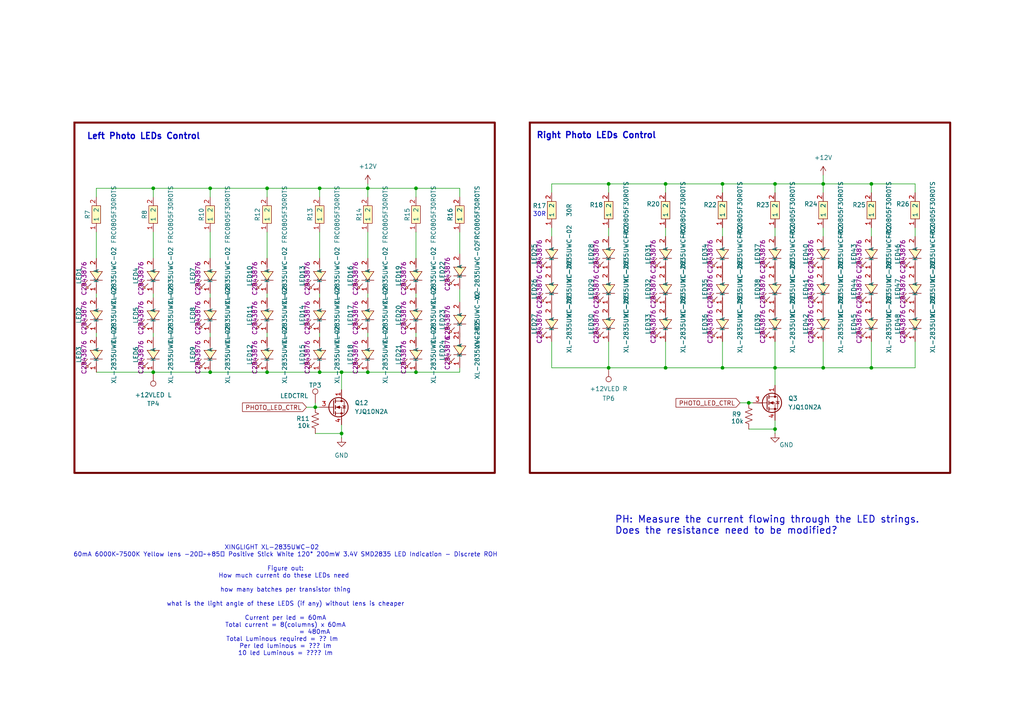
<source format=kicad_sch>
(kicad_sch (version 20250114) (generator "eeschema") (generator_version "9.0")
  (paper "A4")
  (lib_symbols
    (symbol "MB_Library:+12V" (power) (pin_numbers (hide yes)) (pin_names (offset 0) (hide yes))
      (property "Value" "+12V" (at 0 3.556 0))
      (symbol "+12V_0_1"
        (polyline (pts (xy -0.762 1.27) (xy 0 2.54)))
        (polyline (pts (xy 0 2.54) (xy 0.762 1.27)))
        (polyline (pts (xy 0 0) (xy 0 2.54)))
      )
      (symbol "+12V_1_1"
        (pin power_in line (at 0 0 90) (length 0) (name "~") (number "1"))
      )
    )
    (symbol "MB_Library:FRC0805F30R0TS"
      (property "Reference" "R" (at 0 5.08 0))
      (property "Value" "FRC0805F30R0TS" (at 0 -5.08 0))
      (symbol "FRC0805F30R0TS_0_1"
        (rectangle (start -2.54 1.27) (end 2.54 -1.27) (fill (type background)))
        (pin unspecified line (at -5.08 0 0) (length 2.54) (name "1") (number "1"))
        (pin unspecified line (at 5.08 0 180) (length 2.54) (name "2") (number "2"))
      )
    )
    (symbol "MB_Library:GND" (power) (pin_numbers (hide yes)) (pin_names (offset 0) (hide yes))
      (property "Value" "GND" (at 0 -3.81 0))
      (symbol "GND_0_1"
        (polyline (pts (xy 0 0) (xy 0 -1.27) (xy 1.27 -1.27) (xy 0 -2.54) (xy -1.27 -1.27) (xy 0 -1.27)))
      )
      (symbol "GND_1_1"
        (pin power_in line (at 0 0 270) (length 0) (name "~") (number "1"))
      )
    )
    (symbol "MB_Library:R_US" (pin_numbers (hide yes)) (pin_names (offset 0))
      (property "Reference" "R" (at 2.54 0 90))
      (property "Value" "R_US" (at -2.54 0 90))
      (symbol "R_US_0_1"
        (polyline (pts (xy 0 2.286) (xy 0 2.54)))
        (polyline (pts (xy 0 2.286) (xy 1.016 1.905) (xy 0 1.524) (xy -1.016 1.143) (xy 0 0.762)))
        (polyline (pts (xy 0 0.762) (xy 1.016 0.381) (xy 0 0) (xy -1.016 -0.381) (xy 0 -0.762)))
        (polyline (pts (xy 0 -0.762) (xy 1.016 -1.143) (xy 0 -1.524) (xy -1.016 -1.905) (xy 0 -2.286)))
        (polyline (pts (xy 0 -2.286) (xy 0 -2.54)))
      )
      (symbol "R_US_1_1"
        (pin passive line (at 0 3.81 270) (length 1.27) (name "~") (number "1"))
        (pin passive line (at 0 -3.81 90) (length 1.27) (name "~") (number "2"))
      )
    )
    (symbol "MB_Library:TestPoint" (pin_numbers (hide yes)) (pin_names (offset 0.762) (hide yes))
      (property "Reference" "TP" (at 0 6.858 0))
      (property "Value" "TestPoint" (at 0 5.08 0))
      (symbol "TestPoint_0_1"
        (circle (center 0 3.302) (radius 0.762))
      )
      (symbol "TestPoint_1_1"
        (pin passive line (at 0 0 90) (length 2.54) (name "1") (number "1"))
      )
    )
    (symbol "MB_Library:XL-2835UWC-02"
      (property "Reference" "LED" (at 0 5.08 0))
      (property "Value" "XL-2835UWC-02" (at 0 -5.08 0))
      (symbol "XL-2835UWC-02_0_1"
        (polyline (pts (xy -4.06 3.3) (xy -3.05 2.79) (xy -3.56 2.29) (xy -4.06 3.3)) (fill (type background)))
        (polyline (pts (xy -3.05 4.32) (xy -2.03 3.81) (xy -2.54 3.3) (xy -3.05 4.32)) (fill (type background)))
        (polyline (pts (xy -2.29 1.52) (xy -3.3 2.54) (xy -2.29 1.52)) (fill (type background)))
        (polyline (pts (xy -1.27 2.54) (xy -2.29 3.56) (xy -1.27 2.54)) (fill (type background)))
        (polyline (pts (xy -1.27 1.78) (xy -1.27 -1.78)))
        (polyline (pts (xy -1.27 0) (xy -2.54 0)))
        (polyline (pts (xy 1.27 1.78) (xy -1.27 0) (xy 1.27 -1.78) (xy 1.27 1.78)) (fill (type background)))
        (polyline (pts (xy 2.54 0) (xy 1.27 0)))
        (pin unspecified line (at -5.08 0 0) (length 2.54) (name "K") (number "1"))
        (pin unspecified line (at 5.08 0 180) (length 2.54) (name "A") (number "2"))
      )
    )
    (symbol "YJQ10N2A_1" (pin_names (hide yes))
      (property "Reference" "Q" (at 5.08 1.905 0))
      (property "Value" "YJQ10N2A" (at 5.08 0 0))
      (symbol "YJQ10N2A_1_0_1"
        (polyline (pts (xy 0.254 1.905) (xy 0.254 -1.905)) (stroke (width 0.254)))
        (polyline (pts (xy 0.254 0) (xy -2.54 0)))
        (polyline (pts (xy 0.762 2.286) (xy 0.762 1.27)) (stroke (width 0.254)))
        (polyline (pts (xy 0.762 0.508) (xy 0.762 -0.508)) (stroke (width 0.254)))
        (polyline (pts (xy 0.762 -1.27) (xy 0.762 -2.286)) (stroke (width 0.254)))
        (polyline (pts (xy 0.762 -1.778) (xy 3.302 -1.778) (xy 3.302 1.778) (xy 0.762 1.778)))
        (polyline (pts (xy 1.016 0) (xy 2.032 0.381) (xy 2.032 -0.381) (xy 1.016 0)) (fill (type outline)))
        (circle (center 1.651 0) (radius 2.794) (stroke (width 0.254)))
        (polyline (pts (xy 2.54 2.54) (xy 2.54 1.778)))
        (circle (center 2.54 1.778) (radius 0.254) (fill (type outline)))
        (circle (center 2.54 -1.778) (radius 0.254) (fill (type outline)))
        (polyline (pts (xy 2.54 -2.54) (xy 2.54 0) (xy 0.762 0)))
        (polyline (pts (xy 2.794 0.508) (xy 2.921 0.381) (xy 3.683 0.381) (xy 3.81 0.254)))
        (polyline (pts (xy 3.302 0.381) (xy 2.921 -0.254) (xy 3.683 -0.254) (xy 3.302 0.381)))
      )
      (symbol "YJQ10N2A_1_1_1"
        (pin input line (at -3.81 0 0) (length 2.54) (name "G") (number "3"))
        (pin passive line (at 2.54 5.08 270) (length 2.54) (name "D") (number "1"))
        (pin passive line (at 2.54 5.08 270) (length 2.54) (hide yes) (name "D") (number "2"))
        (pin passive line (at 2.54 5.08 270) (length 2.54) (hide yes) (name "D") (number "3"))
        (pin passive line (at 2.54 5.08 270) (length 2.54) (hide yes) (name "D") (number "5"))
        (pin passive line (at 2.54 5.08 270) (length 2.54) (hide yes) (name "D") (number "6"))
        (pin passive line (at 2.54 5.08 270) (length 2.54) (hide yes) (name "D") (number "8"))
        (pin passive line (at 2.54 -5.08 90) (length 2.54) (name "S") (number "4"))
        (pin passive line (at 2.54 -5.08 90) (length 2.54) (hide yes) (name "S") (number "7"))
      )
    )
    (symbol "YJQ10N2A_2" (pin_names (hide yes))
      (property "Reference" "Q" (at 5.08 1.905 0))
      (property "Value" "YJQ10N2A" (at 5.08 0 0))
      (symbol "YJQ10N2A_2_0_1"
        (polyline (pts (xy 0.254 1.905) (xy 0.254 -1.905)) (stroke (width 0.254)))
        (polyline (pts (xy 0.254 0) (xy -2.54 0)))
        (polyline (pts (xy 0.762 2.286) (xy 0.762 1.27)) (stroke (width 0.254)))
        (polyline (pts (xy 0.762 0.508) (xy 0.762 -0.508)) (stroke (width 0.254)))
        (polyline (pts (xy 0.762 -1.27) (xy 0.762 -2.286)) (stroke (width 0.254)))
        (polyline (pts (xy 0.762 -1.778) (xy 3.302 -1.778) (xy 3.302 1.778) (xy 0.762 1.778)))
        (polyline (pts (xy 1.016 0) (xy 2.032 0.381) (xy 2.032 -0.381) (xy 1.016 0)) (fill (type outline)))
        (circle (center 1.651 0) (radius 2.794) (stroke (width 0.254)))
        (polyline (pts (xy 2.54 2.54) (xy 2.54 1.778)))
        (circle (center 2.54 1.778) (radius 0.254) (fill (type outline)))
        (circle (center 2.54 -1.778) (radius 0.254) (fill (type outline)))
        (polyline (pts (xy 2.54 -2.54) (xy 2.54 0) (xy 0.762 0)))
        (polyline (pts (xy 2.794 0.508) (xy 2.921 0.381) (xy 3.683 0.381) (xy 3.81 0.254)))
        (polyline (pts (xy 3.302 0.381) (xy 2.921 -0.254) (xy 3.683 -0.254) (xy 3.302 0.381)))
      )
      (symbol "YJQ10N2A_2_1_1"
        (pin input line (at -3.81 0 0) (length 2.54) (name "G") (number "3"))
        (pin passive line (at 2.54 5.08 270) (length 2.54) (name "D") (number "1"))
        (pin passive line (at 2.54 5.08 270) (length 2.54) (hide yes) (name "D") (number "2"))
        (pin passive line (at 2.54 5.08 270) (length 2.54) (hide yes) (name "D") (number "3"))
        (pin passive line (at 2.54 5.08 270) (length 2.54) (hide yes) (name "D") (number "5"))
        (pin passive line (at 2.54 5.08 270) (length 2.54) (hide yes) (name "D") (number "6"))
        (pin passive line (at 2.54 5.08 270) (length 2.54) (hide yes) (name "D") (number "8"))
        (pin passive line (at 2.54 -5.08 90) (length 2.54) (name "S") (number "4"))
        (pin passive line (at 2.54 -5.08 90) (length 2.54) (hide yes) (name "S") (number "7"))
      )
    )
  )
  (rectangle (start 21.59 35.56) (end 143.51 137.16) (stroke (width 0.5842) (color 110 0 0 1)))
  (rectangle (start 153.67 35.56) (end 275.59 137.16) (stroke (width 0.5842) (color 110 0 0 1)))
  (text "PH: Measure the current flowing through the LED strings.\nDoes the resistance need to be modified?" (at 178.308 152.4 0) (effects (font (size 2 2) (thickness 0.254) (bold yes)) (justify left)))
  (text "XINGLIGHT XL-2835UWC-02 	\n60mA 6000K~7500K Yellow lens -20℃~+85℃ Positive Stick White 120° 200mW 3.4V SMD2835 LED Indication - Discrete ROH\n\nFigure out:\nHow much current do these LEDs need \n\nhow many batches per transistor thing\n\nwhat is the light angle of these LEDS (if any) without lens is cheaper\n\nCurrent per led = 60mA\nTotal current = 8(columns) x 60mA\n			  = 480mA\nTotal Luminous required = ?? lm  \nPer led luminous = ??? lm\n10 led Luminous = ???? lm" (at 82.804 174.244 0) (effects (font (size 1.27 1.27))))
  (text "Right Photo LEDs Control" (at 172.974 39.37 0) (effects (font (size 1.778 1.778) (thickness 0.3556) (bold yes))))
  (text "Left Photo LEDs Control" (at 41.656 39.624 0) (effects (font (size 1.778 1.778) (thickness 0.3556) (bold yes))))
  (text "30R" (at 156.464 62.23 0) (effects (font (size 1.27 1.27))))
  (junction (at 176.53 106.68))
  (junction (at 238.76 106.68))
  (junction (at 252.73 53.34))
  (junction (at 44.45 54.61))
  (junction (at 209.55 53.34))
  (junction (at 77.47 54.61))
  (junction (at 91.44 118.11))
  (junction (at 120.65 107.95))
  (junction (at 99.06 107.95))
  (junction (at 176.53 53.34))
  (junction (at 193.04 106.68))
  (junction (at 92.71 107.95))
  (junction (at 77.47 107.95))
  (junction (at 92.71 54.61))
  (junction (at 99.06 125.73))
  (junction (at 60.96 107.95))
  (junction (at 224.79 106.68))
  (junction (at 60.96 54.61))
  (junction (at 217.17 116.84))
  (junction (at 224.79 53.34))
  (junction (at 193.04 53.34))
  (junction (at 44.45 107.95))
  (junction (at 238.76 53.34))
  (junction (at 209.55 106.68))
  (junction (at 106.68 54.61))
  (junction (at 252.73 106.68))
  (junction (at 224.79 124.46))
  (junction (at 120.65 54.61))
  (junction (at 106.68 107.95))
  (wire (pts (xy 60.96 85.09) (xy 60.96 86.36)))
  (wire (pts (xy 176.53 53.34) (xy 193.04 53.34)))
  (wire (pts (xy 91.44 116.84) (xy 91.44 118.11)))
  (wire (pts (xy 160.02 106.68) (xy 176.53 106.68)))
  (wire (pts (xy 224.79 55.88) (xy 224.79 53.34)))
  (wire (pts (xy 176.53 55.88) (xy 176.53 53.34)))
  (wire (pts (xy 193.04 99.06) (xy 193.04 106.68)))
  (wire (pts (xy 209.55 53.34) (xy 224.79 53.34)))
  (wire (pts (xy 224.79 124.46) (xy 224.79 125.73)))
  (wire (pts (xy 224.79 106.68) (xy 238.76 106.68)))
  (wire (pts (xy 238.76 55.88) (xy 238.76 53.34)))
  (wire (pts (xy 238.76 66.04) (xy 238.76 68.58)))
  (wire (pts (xy 106.68 67.31) (xy 106.68 74.93)))
  (wire (pts (xy 44.45 67.31) (xy 44.45 74.93)))
  (wire (pts (xy 106.68 57.15) (xy 106.68 54.61)))
  (wire (pts (xy 77.47 67.31) (xy 77.47 74.93)))
  (wire (pts (xy 77.47 107.95) (xy 92.71 107.95)))
  (wire (pts (xy 88.9 118.11) (xy 91.44 118.11)))
  (wire (pts (xy 209.55 66.04) (xy 209.55 68.58)))
  (wire (pts (xy 224.79 66.04) (xy 224.79 68.58)))
  (wire (pts (xy 60.96 96.52) (xy 60.96 97.79)))
  (wire (pts (xy 160.02 53.34) (xy 176.53 53.34)))
  (wire (pts (xy 265.43 55.88) (xy 265.43 53.34)))
  (wire (pts (xy 27.94 54.61) (xy 44.45 54.61)))
  (wire (pts (xy 133.35 57.15) (xy 133.35 54.61)))
  (wire (pts (xy 106.68 107.95) (xy 120.65 107.95)))
  (wire (pts (xy 106.68 96.52) (xy 106.68 97.79)))
  (wire (pts (xy 133.35 96.52) (xy 133.35 97.79)))
  (wire (pts (xy 60.96 54.61) (xy 77.47 54.61)))
  (wire (pts (xy 77.47 57.15) (xy 77.47 54.61)))
  (wire (pts (xy 77.47 85.09) (xy 77.47 86.36)))
  (wire (pts (xy 176.53 66.04) (xy 176.53 68.58)))
  (wire (pts (xy 224.79 53.34) (xy 238.76 53.34)))
  (wire (pts (xy 44.45 54.61) (xy 60.96 54.61)))
  (wire (pts (xy 217.17 124.46) (xy 224.79 124.46)))
  (wire (pts (xy 92.71 107.95) (xy 99.06 107.95)))
  (wire (pts (xy 176.53 99.06) (xy 176.53 106.68)))
  (wire (pts (xy 252.73 55.88) (xy 252.73 53.34)))
  (wire (pts (xy 99.06 125.73) (xy 99.06 127)))
  (wire (pts (xy 217.17 116.84) (xy 218.44 116.84)))
  (wire (pts (xy 265.43 106.68) (xy 252.73 106.68)))
  (wire (pts (xy 265.43 99.06) (xy 265.43 106.68)))
  (wire (pts (xy 92.71 96.52) (xy 92.71 97.79)))
  (wire (pts (xy 224.79 99.06) (xy 224.79 106.68)))
  (wire (pts (xy 133.35 67.31) (xy 133.35 73.66)))
  (wire (pts (xy 214.63 116.84) (xy 217.17 116.84)))
  (wire (pts (xy 91.44 125.73) (xy 99.06 125.73)))
  (wire (pts (xy 265.43 66.04) (xy 265.43 68.58)))
  (wire (pts (xy 44.45 57.15) (xy 44.45 54.61)))
  (wire (pts (xy 106.68 85.09) (xy 106.68 86.36)))
  (wire (pts (xy 27.94 96.52) (xy 27.94 97.79)))
  (wire (pts (xy 160.02 55.88) (xy 160.02 53.34)))
  (wire (pts (xy 209.55 106.68) (xy 224.79 106.68)))
  (wire (pts (xy 99.06 107.95) (xy 99.06 113.03)))
  (wire (pts (xy 133.35 107.95) (xy 120.65 107.95)))
  (wire (pts (xy 252.73 53.34) (xy 265.43 53.34)))
  (wire (pts (xy 238.76 53.34) (xy 252.73 53.34)))
  (wire (pts (xy 160.02 66.04) (xy 160.02 68.58)))
  (wire (pts (xy 27.94 57.15) (xy 27.94 54.61)))
  (wire (pts (xy 224.79 121.92) (xy 224.79 124.46)))
  (wire (pts (xy 92.71 57.15) (xy 92.71 54.61)))
  (wire (pts (xy 120.65 54.61) (xy 120.65 57.15)))
  (wire (pts (xy 133.35 83.82) (xy 133.35 87.63)))
  (wire (pts (xy 176.53 106.68) (xy 193.04 106.68)))
  (wire (pts (xy 193.04 106.68) (xy 209.55 106.68)))
  (wire (pts (xy 160.02 99.06) (xy 160.02 106.68)))
  (wire (pts (xy 27.94 67.31) (xy 27.94 74.93)))
  (wire (pts (xy 92.71 54.61) (xy 106.68 54.61)))
  (wire (pts (xy 120.65 67.31) (xy 120.65 74.93)))
  (wire (pts (xy 120.65 96.52) (xy 120.65 97.79)))
  (wire (pts (xy 209.55 55.88) (xy 209.55 53.34)))
  (wire (pts (xy 60.96 57.15) (xy 60.96 54.61)))
  (wire (pts (xy 238.76 50.8) (xy 238.76 53.34)))
  (wire (pts (xy 252.73 99.06) (xy 252.73 106.68)))
  (wire (pts (xy 44.45 85.09) (xy 44.45 86.36)))
  (wire (pts (xy 99.06 123.19) (xy 99.06 125.73)))
  (wire (pts (xy 44.45 96.52) (xy 44.45 97.79)))
  (wire (pts (xy 193.04 53.34) (xy 209.55 53.34)))
  (wire (pts (xy 77.47 96.52) (xy 77.47 97.79)))
  (wire (pts (xy 99.06 107.95) (xy 106.68 107.95)))
  (wire (pts (xy 60.96 67.31) (xy 60.96 74.93)))
  (wire (pts (xy 92.71 85.09) (xy 92.71 86.36)))
  (wire (pts (xy 77.47 54.61) (xy 92.71 54.61)))
  (wire (pts (xy 133.35 107.95) (xy 133.35 106.68)))
  (wire (pts (xy 238.76 106.68) (xy 252.73 106.68)))
  (wire (pts (xy 193.04 66.04) (xy 193.04 68.58)))
  (wire (pts (xy 44.45 107.95) (xy 60.96 107.95)))
  (wire (pts (xy 224.79 106.68) (xy 224.79 111.76)))
  (wire (pts (xy 106.68 54.61) (xy 120.65 54.61)))
  (wire (pts (xy 106.68 53.34) (xy 106.68 54.61)))
  (wire (pts (xy 60.96 107.95) (xy 77.47 107.95)))
  (wire (pts (xy 209.55 99.06) (xy 209.55 106.68)))
  (wire (pts (xy 238.76 99.06) (xy 238.76 106.68)))
  (wire (pts (xy 27.94 85.09) (xy 27.94 86.36)))
  (wire (pts (xy 92.71 67.31) (xy 92.71 74.93)))
  (wire (pts (xy 91.44 118.11) (xy 92.71 118.11)))
  (wire (pts (xy 252.73 66.04) (xy 252.73 68.58)))
  (wire (pts (xy 193.04 55.88) (xy 193.04 53.34)))
  (wire (pts (xy 120.65 85.09) (xy 120.65 86.36)))
  (wire (pts (xy 120.65 54.61) (xy 133.35 54.61)))
  (wire (pts (xy 27.94 107.95) (xy 44.45 107.95)))
  (global_label "PHOTO_LED_CTRL" (shape input) (at 214.63 116.84 180) (property "Intersheetrefs" "${INTERSHEET_REFS}" (effects (hide yes))))
  (global_label "PHOTO_LED_CTRL" (shape input) (at 88.9 118.11 180) (property "Intersheetrefs" "${INTERSHEET_REFS}" (effects (hide yes))))
  (symbol (lib_id "MB_Library:FRC0805F30R0TS") (at 60.96 62.23 90) (unit 1)
    (property "Reference" "R10" (at 58.42 62.23 0))
    (property "Value" "FRC0805F30R0TS" (at 66.04 62.23 0))
    (property "Footprint" "easyeda2kicad:R0805" (effects (hide yes)))
    (property "LCSC Part" "C2907256" (effects (hide yes)))
  )
  (symbol (lib_name "YJQ10N2A_2") (lib_id "_pauls_library:YJQ10N2A") (at 222.25 116.84 0) (unit 1)
    (property "Reference" "Q3" (at 228.6 115.5699 0) (effects (justify left)))
    (property "Value" "YJQ10N2A" (at 228.6 118.1099 0) (effects (justify left)))
    (property "Footprint" "Pauls_Footprints:DFN2020-3" (effects (hide yes)))
    (property "Description" "20V Vds, 10V Vgs, 13A Id, 9.5m Ohm, N-Channel MOSFET, DFN2020-3" (effects (hide yes)))
    (property "LCSC" "C919558" (effects (hide yes)))
  )
  (symbol (lib_id "MB_Library:XL-2835UWC-02") (at 106.68 80.01 90) (unit 1)
    (property "Reference" "LED16" (at 101.6 80.01 0))
    (property "Value" "XL-2835UWC-02" (at 111.76 80.01 0))
    (property "Footprint" "easyeda2kicad:LED-SMD_L3.5-W2.8-RD_1.25T-2PWT" (effects (hide yes)))
    (property "Description" "Light emitting diode" (effects (hide yes)))
    (property "Sim.Pins" "1=K 2=A" (effects (hide yes)))
    (property "LCSC Part no " "C2843876" (at 103.124 80.772 0))
    (property "Digikey Part No" "JB2835BWT-G-B50GA0000-N0000001" (effects (hide yes)))
    (property "LCSC Part" "C2843876" (effects (hide yes)))
  )
  (symbol (lib_id "MB_Library:XL-2835UWC-02") (at 92.71 102.87 90) (unit 1)
    (property "Reference" "LED15" (at 87.63 102.87 0))
    (property "Value" "XL-2835UWC-02" (at 97.79 102.87 0))
    (property "Footprint" "easyeda2kicad:LED-SMD_L3.5-W2.8-RD_1.25T-2PWT" (effects (hide yes)))
    (property "Description" "Light emitting diode" (effects (hide yes)))
    (property "Sim.Pins" "1=K 2=A" (effects (hide yes)))
    (property "LCSC Part no " "C2843876" (at 89.154 103.632 0))
    (property "Digikey Part No" "JB2835BWT-G-B50GA0000-N0000001" (effects (hide yes)))
    (property "LCSC Part" "C2843876" (effects (hide yes)))
  )
  (symbol (lib_id "MB_Library:FRC0805F30R0TS") (at 176.53 60.96 90) (unit 1)
    (property "Reference" "R18" (at 172.974 59.436 90))
    (property "Value" "FRC0805F30R0TS" (at 181.61 60.96 0))
    (property "Footprint" "easyeda2kicad:R0805" (effects (hide yes)))
    (property "LCSC Part" "C2907256" (effects (hide yes)))
  )
  (symbol (lib_id "MB_Library:XL-2835UWC-02") (at 238.76 83.82 90) (unit 1)
    (property "Reference" "LED41" (at 233.68 83.82 0))
    (property "Value" "XL-2835UWC-02" (at 243.84 83.82 0))
    (property "Footprint" "easyeda2kicad:LED-SMD_L3.5-W2.8-RD_1.25T-2PWT" (effects (hide yes)))
    (property "Description" "Light emitting diode" (effects (hide yes)))
    (property "Sim.Pins" "1=K 2=A" (effects (hide yes)))
    (property "LCSC Part no " "C2843876" (at 235.204 84.582 0))
    (property "Digikey Part No" "JB2835BWT-G-B50GA0000-N0000001" (effects (hide yes)))
    (property "LCSC Part" "C2843876" (effects (hide yes)))
  )
  (symbol (lib_id "MB_Library:XL-2835UWC-02") (at 252.73 83.82 90) (unit 1)
    (property "Reference" "LED44" (at 247.65 83.82 0))
    (property "Value" "XL-2835UWC-02" (at 257.81 83.82 0))
    (property "Footprint" "easyeda2kicad:LED-SMD_L3.5-W2.8-RD_1.25T-2PWT" (effects (hide yes)))
    (property "Description" "Light emitting diode" (effects (hide yes)))
    (property "Sim.Pins" "1=K 2=A" (effects (hide yes)))
    (property "LCSC Part no " "C2843876" (at 249.174 84.582 0))
    (property "Digikey Part No" "JB2835BWT-G-B50GA0000-N0000001" (effects (hide yes)))
    (property "LCSC Part" "C2843876" (effects (hide yes)))
  )
  (symbol (lib_id "MB_Library:FRC0805F30R0TS") (at 77.47 62.23 90) (unit 1)
    (property "Reference" "R12" (at 74.676 62.23 0))
    (property "Value" "FRC0805F30R0TS" (at 82.55 62.23 0))
    (property "Footprint" "easyeda2kicad:R0805" (effects (hide yes)))
    (property "LCSC Part" "C2907256" (effects (hide yes)))
  )
  (symbol (lib_id "MB_Library:XL-2835UWC-02") (at 60.96 102.87 90) (unit 1)
    (property "Reference" "LED9" (at 55.88 102.87 0))
    (property "Value" "XL-2835UWC-02" (at 66.04 102.87 0))
    (property "Footprint" "easyeda2kicad:LED-SMD_L3.5-W2.8-RD_1.25T-2PWT" (effects (hide yes)))
    (property "Description" "Light emitting diode" (effects (hide yes)))
    (property "Sim.Pins" "1=K 2=A" (effects (hide yes)))
    (property "LCSC Part no " "C2843876" (at 57.404 103.632 0))
    (property "Digikey Part No" "JB2835BWT-G-B50GA0000-N0000001" (effects (hide yes)))
    (property "LCSC Part" "C2843876" (effects (hide yes)))
  )
  (symbol (lib_id "MB_Library:XL-2835UWC-02") (at 44.45 102.87 90) (unit 1)
    (property "Reference" "LED6" (at 39.37 102.87 0))
    (property "Value" "XL-2835UWC-02" (at 49.53 102.87 0))
    (property "Footprint" "easyeda2kicad:LED-SMD_L3.5-W2.8-RD_1.25T-2PWT" (effects (hide yes)))
    (property "Description" "Light emitting diode" (effects (hide yes)))
    (property "Sim.Pins" "1=K 2=A" (effects (hide yes)))
    (property "LCSC Part no " "C2843876" (at 40.894 103.632 0))
    (property "Digikey Part No" "JB2835BWT-G-B50GA0000-N0000001" (effects (hide yes)))
    (property "LCSC Part" "C2843876" (effects (hide yes)))
  )
  (symbol (lib_id "MB_Library:XL-2835UWC-02") (at 160.02 83.82 90) (unit 1)
    (property "Reference" "LED26" (at 154.94 83.82 0))
    (property "Value" "XL-2835UWC-02" (at 165.1 83.82 0))
    (property "Footprint" "easyeda2kicad:LED-SMD_L3.5-W2.8-RD_1.25T-2PWT" (effects (hide yes)))
    (property "Description" "Light emitting diode" (effects (hide yes)))
    (property "Sim.Pins" "1=K 2=A" (effects (hide yes)))
    (property "LCSC Part no " "C2843876" (at 156.464 84.582 0))
    (property "Digikey Part No" "JB2835BWT-G-B50GA0000-N0000001" (effects (hide yes)))
    (property "LCSC Part" "C2843876" (effects (hide yes)))
  )
  (symbol (lib_id "MB_Library:FRC0805F30R0TS") (at 120.65 62.23 90) (unit 1)
    (property "Reference" "R15" (at 118.11 62.23 0))
    (property "Value" "FRC0805F30R0TS" (at 125.73 62.23 0))
    (property "Footprint" "easyeda2kicad:R0805" (effects (hide yes)))
    (property "LCSC Part" "C2907256" (effects (hide yes)))
  )
  (symbol (lib_id "MB_Library:XL-2835UWC-02") (at 133.35 92.71 90) (unit 1)
    (property "Reference" "LED23" (at 128.27 92.71 0))
    (property "Value" "XL-2835UWC-02" (at 138.43 92.71 0))
    (property "Footprint" "easyeda2kicad:LED-SMD_L3.5-W2.8-RD_1.25T-2PWT" (effects (hide yes)))
    (property "Description" "Light emitting diode" (effects (hide yes)))
    (property "Sim.Pins" "1=K 2=A" (effects (hide yes)))
    (property "LCSC Part no " "C2843876" (at 129.794 93.472 0))
    (property "Digikey Part No" "JB2835BWT-G-B50GA0000-N0000001" (effects (hide yes)))
    (property "LCSC Part" "C2843876" (effects (hide yes)))
  )
  (symbol (lib_id "MB_Library:XL-2835UWC-02") (at 209.55 73.66 90) (unit 1)
    (property "Reference" "LED34" (at 204.47 73.66 0))
    (property "Value" "XL-2835UWC-02" (at 214.63 73.66 0))
    (property "Footprint" "easyeda2kicad:LED-SMD_L3.5-W2.8-RD_1.25T-2PWT" (effects (hide yes)))
    (property "Description" "Light emitting diode" (effects (hide yes)))
    (property "Sim.Pins" "1=K 2=A" (effects (hide yes)))
    (property "LCSC Part no " "C2843876" (at 205.994 74.422 0))
    (property "Digikey Part No" "JB2835BWT-G-B50GA0000-N0000001" (effects (hide yes)))
    (property "LCSC Part" "C2843876" (effects (hide yes)))
  )
  (symbol (lib_id "MB_Library:FRC0805F30R0TS") (at 160.02 60.96 90) (unit 1)
    (property "Reference" "R17" (at 156.464 59.69 90))
    (property "Value" "30R" (at 165.1 60.96 0))
    (property "Footprint" "easyeda2kicad:R0805" (effects (hide yes)))
    (property "Description" "FRC0805F30R0TS" (effects (hide yes)))
    (property "LCSC Part" "C2907256" (effects (hide yes)))
  )
  (symbol (lib_id "MB_Library:XL-2835UWC-02") (at 193.04 93.98 90) (unit 1)
    (property "Reference" "LED33" (at 187.96 93.98 0))
    (property "Value" "XL-2835UWC-02" (at 198.12 93.98 0))
    (property "Footprint" "easyeda2kicad:LED-SMD_L3.5-W2.8-RD_1.25T-2PWT" (effects (hide yes)))
    (property "Description" "Light emitting diode" (effects (hide yes)))
    (property "Sim.Pins" "1=K 2=A" (effects (hide yes)))
    (property "LCSC Part no " "C2843876" (at 189.484 94.742 0))
    (property "Digikey Part No" "JB2835BWT-G-B50GA0000-N0000001" (effects (hide yes)))
    (property "LCSC Part" "C2843876" (effects (hide yes)))
  )
  (symbol (lib_id "MB_Library:XL-2835UWC-02") (at 160.02 93.98 90) (unit 1)
    (property "Reference" "LED27" (at 154.94 93.98 0))
    (property "Value" "XL-2835UWC-02" (at 165.1 93.98 0))
    (property "Footprint" "easyeda2kicad:LED-SMD_L3.5-W2.8-RD_1.25T-2PWT" (effects (hide yes)))
    (property "Description" "Light emitting diode" (effects (hide yes)))
    (property "Sim.Pins" "1=K 2=A" (effects (hide yes)))
    (property "LCSC Part no " "C2843876" (at 156.464 94.742 0))
    (property "Digikey Part No" "JB2835BWT-G-B50GA0000-N0000001" (effects (hide yes)))
    (property "LCSC Part" "C2843876" (effects (hide yes)))
  )
  (symbol (lib_id "MB_Library:R_US") (at 91.44 121.92 180) (unit 1)
    (property "Reference" "R11" (at 87.884 121.412 0))
    (property "Value" "10k" (at 88.138 123.444 0))
    (property "Footprint" "Resistor_SMD:R_0805_2012Metric" (effects (hide yes)))
    (property "Description" "125mW Thick Film Resistors 150V ±100ppm/℃ ±1% 10kΩ 0805 Chip Resistor - Surface Mount ROHS" (effects (hide yes)))
    (property "LCSC Part no " "C84376" (effects (hide yes)))
  )
  (symbol (lib_id "MB_Library:XL-2835UWC-02") (at 238.76 93.98 90) (unit 1)
    (property "Reference" "LED42" (at 233.68 93.98 0))
    (property "Value" "XL-2835UWC-02" (at 243.84 93.98 0))
    (property "Footprint" "easyeda2kicad:LED-SMD_L3.5-W2.8-RD_1.25T-2PWT" (effects (hide yes)))
    (property "Description" "Light emitting diode" (effects (hide yes)))
    (property "Sim.Pins" "1=K 2=A" (effects (hide yes)))
    (property "LCSC Part no " "C2843876" (at 235.204 94.742 0))
    (property "Digikey Part No" "JB2835BWT-G-B50GA0000-N0000001" (effects (hide yes)))
    (property "LCSC Part" "C2843876" (effects (hide yes)))
  )
  (symbol (lib_id "MB_Library:XL-2835UWC-02") (at 120.65 91.44 90) (unit 1)
    (property "Reference" "LED20" (at 115.57 91.44 0))
    (property "Value" "XL-2835UWC-02" (at 125.73 91.44 0))
    (property "Footprint" "easyeda2kicad:LED-SMD_L3.5-W2.8-RD_1.25T-2PWT" (effects (hide yes)))
    (property "Description" "Light emitting diode" (effects (hide yes)))
    (property "Sim.Pins" "1=K 2=A" (effects (hide yes)))
    (property "LCSC Part no " "C2843876" (at 117.094 92.202 0))
    (property "Digikey Part No" "JB2835BWT-G-B50GA0000-N0000001" (effects (hide yes)))
    (property "LCSC Part" "C2843876" (effects (hide yes)))
  )
  (symbol (lib_id "MB_Library:XL-2835UWC-02") (at 265.43 73.66 90) (unit 1)
    (property "Reference" "LED46" (at 260.35 73.66 0))
    (property "Value" "XL-2835UWC-02" (at 270.51 73.66 0))
    (property "Footprint" "easyeda2kicad:LED-SMD_L3.5-W2.8-RD_1.25T-2PWT" (effects (hide yes)))
    (property "Description" "Light emitting diode" (effects (hide yes)))
    (property "Sim.Pins" "1=K 2=A" (effects (hide yes)))
    (property "LCSC Part no " "C2843876" (at 261.874 74.422 0))
    (property "Digikey Part No" "JB2835BWT-G-B50GA0000-N0000001" (effects (hide yes)))
    (property "LCSC Part" "C2843876" (effects (hide yes)))
  )
  (symbol (lib_id "MB_Library:XL-2835UWC-02") (at 77.47 91.44 90) (unit 1)
    (property "Reference" "LED11" (at 72.39 91.44 0))
    (property "Value" "XL-2835UWC-02" (at 82.55 91.44 0))
    (property "Footprint" "easyeda2kicad:LED-SMD_L3.5-W2.8-RD_1.25T-2PWT" (effects (hide yes)))
    (property "Description" "Light emitting diode" (effects (hide yes)))
    (property "Sim.Pins" "1=K 2=A" (effects (hide yes)))
    (property "LCSC Part no " "C2843876" (at 73.914 92.202 0))
    (property "Digikey Part No" "JB2835BWT-G-B50GA0000-N0000001" (effects (hide yes)))
    (property "LCSC Part" "C2843876" (effects (hide yes)))
  )
  (symbol (lib_id "MB_Library:XL-2835UWC-02") (at 27.94 91.44 90) (unit 1)
    (property "Reference" "LED2" (at 22.86 91.44 0))
    (property "Value" "XL-2835UWC-02" (at 33.02 91.44 0))
    (property "Footprint" "easyeda2kicad:LED-SMD_L3.5-W2.8-RD_1.25T-2PWT" (effects (hide yes)))
    (property "Description" "Light emitting diode" (effects (hide yes)))
    (property "Sim.Pins" "1=K 2=A" (effects (hide yes)))
    (property "LCSC Part no " "C2843876" (at 24.384 92.202 0))
    (property "Digikey Part No" "JB2835BWT-G-B50GA0000-N0000001" (effects (hide yes)))
    (property "LCSC Part" "C2843876" (effects (hide yes)))
  )
  (symbol (lib_id "MB_Library:XL-2835UWC-02") (at 27.94 102.87 90) (unit 1)
    (property "Reference" "LED3" (at 22.86 102.87 0))
    (property "Value" "XL-2835UWC-02" (at 33.02 102.87 0))
    (property "Footprint" "easyeda2kicad:LED-SMD_L3.5-W2.8-RD_1.25T-2PWT" (effects (hide yes)))
    (property "Description" "Light emitting diode" (effects (hide yes)))
    (property "Sim.Pins" "1=K 2=A" (effects (hide yes)))
    (property "LCSC Part no " "C2843876" (at 24.384 103.632 0))
    (property "Digikey Part No" "JB2835BWT-G-B50GA0000-N0000001" (effects (hide yes)))
    (property "LCSC Part" "C2843876" (effects (hide yes)))
  )
  (symbol (lib_id "MB_Library:XL-2835UWC-02") (at 92.71 80.01 90) (unit 1)
    (property "Reference" "LED13" (at 87.63 80.01 0))
    (property "Value" "XL-2835UWC-02" (at 97.79 80.01 0))
    (property "Footprint" "easyeda2kicad:LED-SMD_L3.5-W2.8-RD_1.25T-2PWT" (effects (hide yes)))
    (property "Description" "Light emitting diode" (effects (hide yes)))
    (property "Sim.Pins" "1=K 2=A" (effects (hide yes)))
    (property "LCSC Part no " "C2843876" (at 89.154 80.772 0))
    (property "Digikey Part No" "JB2835BWT-G-B50GA0000-N0000001" (effects (hide yes)))
    (property "LCSC Part" "C2843876" (effects (hide yes)))
  )
  (symbol (lib_id "MB_Library:XL-2835UWC-02") (at 77.47 80.01 90) (unit 1)
    (property "Reference" "LED10" (at 72.39 80.01 0))
    (property "Value" "XL-2835UWC-02" (at 82.55 80.01 0))
    (property "Footprint" "easyeda2kicad:LED-SMD_L3.5-W2.8-RD_1.25T-2PWT" (effects (hide yes)))
    (property "Description" "Light emitting diode" (effects (hide yes)))
    (property "Sim.Pins" "1=K 2=A" (effects (hide yes)))
    (property "LCSC Part no " "C2843876" (at 73.914 80.772 0))
    (property "Digikey Part No" "JB2835BWT-G-B50GA0000-N0000001" (effects (hide yes)))
    (property "LCSC Part" "C2843876" (effects (hide yes)))
  )
  (symbol (lib_id "MB_Library:GND") (at 99.06 127 0) (unit 1)
    (property "Reference" "#PWR036" (effects (hide yes)))
    (property "Value" "GND" (at 99.06 132.08 0))
    (property "Description" "Power symbol creates a global label with name \"GND\" , ground" (effects (hide yes)))
  )
  (symbol (lib_id "MB_Library:TestPoint") (at 176.53 106.68 180) (unit 1)
    (property "Reference" "TP6" (at 176.53 115.57 0))
    (property "Value" "+12VLED R" (at 176.53 112.776 0))
    (property "Footprint" "TestPoint:TestPoint_THTPad_D1.0mm_Drill0.5mm" (effects (hide yes)))
    (property "Description" "test point" (effects (hide yes)))
  )
  (symbol (lib_id "MB_Library:XL-2835UWC-02") (at 120.65 102.87 90) (unit 1)
    (property "Reference" "LED21" (at 115.57 102.87 0))
    (property "Value" "XL-2835UWC-02" (at 125.73 102.87 0))
    (property "Footprint" "easyeda2kicad:LED-SMD_L3.5-W2.8-RD_1.25T-2PWT" (effects (hide yes)))
    (property "Description" "Light emitting diode" (effects (hide yes)))
    (property "Sim.Pins" "1=K 2=A" (effects (hide yes)))
    (property "LCSC Part no " "C2843876" (at 117.094 103.632 0))
    (property "Digikey Part No" "JB2835BWT-G-B50GA0000-N0000001" (effects (hide yes)))
    (property "LCSC Part" "C2843876" (effects (hide yes)))
  )
  (symbol (lib_id "MB_Library:FRC0805F30R0TS") (at 106.68 62.23 90) (unit 1)
    (property "Reference" "R14" (at 104.14 62.23 0))
    (property "Value" "FRC0805F30R0TS" (at 111.76 62.23 0))
    (property "Footprint" "easyeda2kicad:R0805" (effects (hide yes)))
    (property "LCSC Part" "C2907256" (effects (hide yes)))
  )
  (symbol (lib_id "MB_Library:XL-2835UWC-02") (at 209.55 83.82 90) (unit 1)
    (property "Reference" "LED35" (at 204.47 83.82 0))
    (property "Value" "XL-2835UWC-02" (at 214.63 83.82 0))
    (property "Footprint" "easyeda2kicad:LED-SMD_L3.5-W2.8-RD_1.25T-2PWT" (effects (hide yes)))
    (property "Description" "Light emitting diode" (effects (hide yes)))
    (property "Sim.Pins" "1=K 2=A" (effects (hide yes)))
    (property "LCSC Part no " "C2843876" (at 205.994 84.582 0))
    (property "Digikey Part No" "JB2835BWT-G-B50GA0000-N0000001" (effects (hide yes)))
    (property "LCSC Part" "C2843876" (effects (hide yes)))
  )
  (symbol (lib_id "MB_Library:+12V") (at 106.68 53.34 0) (unit 1)
    (property "Reference" "#PWR035" (effects (hide yes)))
    (property "Value" "+12V" (at 106.68 48.26 0))
    (property "Description" "Power symbol creates a global label with name \"+12V\"" (effects (hide yes)))
  )
  (symbol (lib_id "MB_Library:FRC0805F30R0TS") (at 209.55 60.96 90) (unit 1)
    (property "Reference" "R22" (at 205.994 59.436 90))
    (property "Value" "FRC0805F30R0TS" (at 214.63 60.96 0))
    (property "Footprint" "easyeda2kicad:R0805" (effects (hide yes)))
    (property "LCSC Part" "C2907256" (effects (hide yes)))
  )
  (symbol (lib_id "MB_Library:FRC0805F30R0TS") (at 252.73 60.96 90) (unit 1)
    (property "Reference" "R25" (at 249.174 59.436 90))
    (property "Value" "FRC0805F30R0TS" (at 257.81 60.96 0))
    (property "Footprint" "easyeda2kicad:R0805" (effects (hide yes)))
    (property "LCSC Part" "C2907256" (effects (hide yes)))
  )
  (symbol (lib_id "MB_Library:XL-2835UWC-02") (at 252.73 73.66 90) (unit 1)
    (property "Reference" "LED43" (at 247.65 73.66 0))
    (property "Value" "XL-2835UWC-02" (at 257.81 73.66 0))
    (property "Footprint" "easyeda2kicad:LED-SMD_L3.5-W2.8-RD_1.25T-2PWT" (effects (hide yes)))
    (property "Description" "Light emitting diode" (effects (hide yes)))
    (property "Sim.Pins" "1=K 2=A" (effects (hide yes)))
    (property "LCSC Part no " "C2843876" (at 249.174 74.422 0))
    (property "Digikey Part No" "JB2835BWT-G-B50GA0000-N0000001" (effects (hide yes)))
    (property "LCSC Part" "C2843876" (effects (hide yes)))
  )
  (symbol (lib_id "MB_Library:XL-2835UWC-02") (at 133.35 101.6 90) (unit 1)
    (property "Reference" "LED24" (at 128.27 101.6 0))
    (property "Value" "XL-2835UWC-02" (at 138.43 101.6 0))
    (property "Footprint" "easyeda2kicad:LED-SMD_L3.5-W2.8-RD_1.25T-2PWT" (effects (hide yes)))
    (property "Description" "Light emitting diode" (effects (hide yes)))
    (property "Sim.Pins" "1=K 2=A" (effects (hide yes)))
    (property "LCSC Part no " "C2843876" (at 129.794 102.362 0))
    (property "Digikey Part No" "JB2835BWT-G-B50GA0000-N0000001" (effects (hide yes)))
    (property "LCSC Part" "C2843876" (effects (hide yes)))
  )
  (symbol (lib_id "MB_Library:XL-2835UWC-02") (at 160.02 73.66 90) (unit 1)
    (property "Reference" "LED25" (at 154.94 73.66 0))
    (property "Value" "XL-2835UWC-02" (at 165.1 73.66 0))
    (property "Footprint" "easyeda2kicad:LED-SMD_L3.5-W2.8-RD_1.25T-2PWT" (effects (hide yes)))
    (property "Description" "Light emitting diode" (effects (hide yes)))
    (property "Sim.Pins" "1=K 2=A" (effects (hide yes)))
    (property "LCSC Part no " "C2843876" (at 156.464 74.422 0))
    (property "Digikey Part No" "JB2835BWT-G-B50GA0000-N0000001" (effects (hide yes)))
    (property "LCSC Part" "C2843876" (effects (hide yes)))
  )
  (symbol (lib_id "MB_Library:XL-2835UWC-02") (at 120.65 80.01 90) (unit 1)
    (property "Reference" "LED19" (at 115.57 80.01 0))
    (property "Value" "XL-2835UWC-02" (at 125.73 80.01 0))
    (property "Footprint" "easyeda2kicad:LED-SMD_L3.5-W2.8-RD_1.25T-2PWT" (effects (hide yes)))
    (property "Description" "Light emitting diode" (effects (hide yes)))
    (property "Sim.Pins" "1=K 2=A" (effects (hide yes)))
    (property "LCSC Part no " "C2843876" (at 117.094 80.772 0))
    (property "Digikey Part No" "JB2835BWT-G-B50GA0000-N0000001" (effects (hide yes)))
    (property "LCSC Part" "C2843876" (effects (hide yes)))
  )
  (symbol (lib_id "MB_Library:XL-2835UWC-02") (at 224.79 73.66 90) (unit 1)
    (property "Reference" "LED37" (at 219.71 73.66 0))
    (property "Value" "XL-2835UWC-02" (at 229.87 73.66 0))
    (property "Footprint" "easyeda2kicad:LED-SMD_L3.5-W2.8-RD_1.25T-2PWT" (effects (hide yes)))
    (property "Description" "Light emitting diode" (effects (hide yes)))
    (property "Sim.Pins" "1=K 2=A" (effects (hide yes)))
    (property "LCSC Part no " "C2843876" (at 221.234 74.422 0))
    (property "Digikey Part No" "JB2835BWT-G-B50GA0000-N0000001" (effects (hide yes)))
    (property "LCSC Part" "C2843876" (effects (hide yes)))
  )
  (symbol (lib_id "MB_Library:XL-2835UWC-02") (at 224.79 83.82 90) (unit 1)
    (property "Reference" "LED38" (at 219.71 83.82 0))
    (property "Value" "XL-2835UWC-02" (at 229.87 83.82 0))
    (property "Footprint" "easyeda2kicad:LED-SMD_L3.5-W2.8-RD_1.25T-2PWT" (effects (hide yes)))
    (property "Description" "Light emitting diode" (effects (hide yes)))
    (property "Sim.Pins" "1=K 2=A" (effects (hide yes)))
    (property "LCSC Part no " "C2843876" (at 221.234 84.582 0))
    (property "Digikey Part No" "JB2835BWT-G-B50GA0000-N0000001" (effects (hide yes)))
    (property "LCSC Part" "C2843876" (effects (hide yes)))
  )
  (symbol (lib_id "MB_Library:XL-2835UWC-02") (at 106.68 102.87 90) (unit 1)
    (property "Reference" "LED18" (at 101.6 102.87 0))
    (property "Value" "XL-2835UWC-02" (at 111.76 102.87 0))
    (property "Footprint" "easyeda2kicad:LED-SMD_L3.5-W2.8-RD_1.25T-2PWT" (effects (hide yes)))
    (property "Description" "Light emitting diode" (effects (hide yes)))
    (property "Sim.Pins" "1=K 2=A" (effects (hide yes)))
    (property "LCSC Part no " "C2843876" (at 103.124 103.632 0))
    (property "Digikey Part No" "JB2835BWT-G-B50GA0000-N0000001" (effects (hide yes)))
    (property "LCSC Part" "C2843876" (effects (hide yes)))
  )
  (symbol (lib_id "MB_Library:R_US") (at 217.17 120.65 180) (unit 1)
    (property "Reference" "R9" (at 213.614 120.142 0))
    (property "Value" "10k" (at 213.868 122.174 0))
    (property "Footprint" "Resistor_SMD:R_0805_2012Metric" (effects (hide yes)))
    (property "Description" "125mW Thick Film Resistors 150V ±100ppm/℃ ±1% 10kΩ 0805 Chip Resistor - Surface Mount ROHS" (effects (hide yes)))
    (property "LCSC Part no " "C84376" (effects (hide yes)))
  )
  (symbol (lib_id "MB_Library:XL-2835UWC-02") (at 193.04 83.82 90) (unit 1)
    (property "Reference" "LED32" (at 187.96 83.82 0))
    (property "Value" "XL-2835UWC-02" (at 198.12 83.82 0))
    (property "Footprint" "easyeda2kicad:LED-SMD_L3.5-W2.8-RD_1.25T-2PWT" (effects (hide yes)))
    (property "Description" "Light emitting diode" (effects (hide yes)))
    (property "Sim.Pins" "1=K 2=A" (effects (hide yes)))
    (property "LCSC Part no " "C2843876" (at 189.484 84.582 0))
    (property "Digikey Part No" "JB2835BWT-G-B50GA0000-N0000001" (effects (hide yes)))
    (property "LCSC Part" "C2843876" (effects (hide yes)))
  )
  (symbol (lib_id "MB_Library:XL-2835UWC-02") (at 252.73 93.98 90) (unit 1)
    (property "Reference" "LED45" (at 247.65 93.98 0))
    (property "Value" "XL-2835UWC-02" (at 257.81 93.98 0))
    (property "Footprint" "easyeda2kicad:LED-SMD_L3.5-W2.8-RD_1.25T-2PWT" (effects (hide yes)))
    (property "Description" "Light emitting diode" (effects (hide yes)))
    (property "Sim.Pins" "1=K 2=A" (effects (hide yes)))
    (property "LCSC Part no " "C2843876" (at 249.174 94.742 0))
    (property "Digikey Part No" "JB2835BWT-G-B50GA0000-N0000001" (effects (hide yes)))
    (property "LCSC Part" "C2843876" (effects (hide yes)))
  )
  (symbol (lib_id "MB_Library:FRC0805F30R0TS") (at 193.04 60.96 90) (unit 1)
    (property "Reference" "R20" (at 189.484 59.182 90))
    (property "Value" "FRC0805F30R0TS" (at 198.12 60.96 0))
    (property "Footprint" "easyeda2kicad:R0805" (effects (hide yes)))
    (property "LCSC Part" "C2907256" (effects (hide yes)))
  )
  (symbol (lib_id "MB_Library:XL-2835UWC-02") (at 265.43 83.82 90) (unit 1)
    (property "Reference" "LED47" (at 260.35 83.82 0))
    (property "Value" "XL-2835UWC-02" (at 270.51 83.82 0))
    (property "Footprint" "easyeda2kicad:LED-SMD_L3.5-W2.8-RD_1.25T-2PWT" (effects (hide yes)))
    (property "Description" "Light emitting diode" (effects (hide yes)))
    (property "Sim.Pins" "1=K 2=A" (effects (hide yes)))
    (property "LCSC Part no " "C2843876" (at 261.874 84.582 0))
    (property "Digikey Part No" "JB2835BWT-G-B50GA0000-N0000001" (effects (hide yes)))
    (property "LCSC Part" "C2843876" (effects (hide yes)))
  )
  (symbol (lib_id "MB_Library:XL-2835UWC-02") (at 224.79 93.98 90) (unit 1)
    (property "Reference" "LED39" (at 219.71 93.98 0))
    (property "Value" "XL-2835UWC-02" (at 229.87 93.98 0))
    (property "Footprint" "easyeda2kicad:LED-SMD_L3.5-W2.8-RD_1.25T-2PWT" (effects (hide yes)))
    (property "Description" "Light emitting diode" (effects (hide yes)))
    (property "Sim.Pins" "1=K 2=A" (effects (hide yes)))
    (property "LCSC Part no " "C2843876" (at 221.234 94.742 0))
    (property "Digikey Part No" "JB2835BWT-G-B50GA0000-N0000001" (effects (hide yes)))
    (property "LCSC Part" "C2843876" (effects (hide yes)))
  )
  (symbol (lib_id "MB_Library:XL-2835UWC-02") (at 44.45 80.01 90) (unit 1)
    (property "Reference" "LED4" (at 39.37 80.01 0))
    (property "Value" "XL-2835UWC-02" (at 49.53 80.01 0))
    (property "Footprint" "easyeda2kicad:LED-SMD_L3.5-W2.8-RD_1.25T-2PWT" (effects (hide yes)))
    (property "Description" "Light emitting diode" (effects (hide yes)))
    (property "Sim.Pins" "1=K 2=A" (effects (hide yes)))
    (property "LCSC Part no " "C2843876" (at 40.894 80.772 0))
    (property "Digikey Part No" "JB2835BWT-G-B50GA0000-N0000001" (effects (hide yes)))
    (property "LCSC Part" "C2843876" (effects (hide yes)))
  )
  (symbol (lib_id "MB_Library:XL-2835UWC-02") (at 27.94 80.01 90) (unit 1)
    (property "Reference" "LED1" (at 22.86 80.01 0))
    (property "Value" "XL-2835UWC-02" (at 33.02 80.01 0))
    (property "Footprint" "easyeda2kicad:LED-SMD_L3.5-W2.8-RD_1.25T-2PWT" (effects (hide yes)))
    (property "Description" "Light emitting diode" (effects (hide yes)))
    (property "Sim.Pins" "1=K 2=A" (effects (hide yes)))
    (property "LCSC Part no " "C2843876" (at 24.384 80.772 0))
    (property "Digikey Part No" "JB2835BWT-G-B50GA0000-N0000001" (effects (hide yes)))
    (property "LCSC Part" "C2843876" (effects (hide yes)))
  )
  (symbol (lib_id "MB_Library:XL-2835UWC-02") (at 44.45 91.44 90) (unit 1)
    (property "Reference" "LED5" (at 39.37 91.44 0))
    (property "Value" "XL-2835UWC-02" (at 49.53 91.44 0))
    (property "Footprint" "easyeda2kicad:LED-SMD_L3.5-W2.8-RD_1.25T-2PWT" (effects (hide yes)))
    (property "Description" "Light emitting diode" (effects (hide yes)))
    (property "Sim.Pins" "1=K 2=A" (effects (hide yes)))
    (property "LCSC Part no " "C2843876" (at 40.894 92.202 0))
    (property "Digikey Part No" "JB2835BWT-G-B50GA0000-N0000001" (effects (hide yes)))
    (property "LCSC Part" "C2843876" (effects (hide yes)))
  )
  (symbol (lib_id "MB_Library:XL-2835UWC-02") (at 77.47 102.87 90) (unit 1)
    (property "Reference" "LED12" (at 72.39 102.87 0))
    (property "Value" "XL-2835UWC-02" (at 82.55 102.87 0))
    (property "Footprint" "easyeda2kicad:LED-SMD_L3.5-W2.8-RD_1.25T-2PWT" (effects (hide yes)))
    (property "Description" "Light emitting diode" (effects (hide yes)))
    (property "Sim.Pins" "1=K 2=A" (effects (hide yes)))
    (property "LCSC Part no " "C2843876" (at 73.914 103.632 0))
    (property "Digikey Part No" "JB2835BWT-G-B50GA0000-N0000001" (effects (hide yes)))
    (property "LCSC Part" "C2843876" (effects (hide yes)))
  )
  (symbol (lib_id "MB_Library:FRC0805F30R0TS") (at 265.43 60.96 90) (unit 1)
    (property "Reference" "R26" (at 261.874 59.182 90))
    (property "Value" "FRC0805F30R0TS" (at 270.51 60.96 0))
    (property "Footprint" "easyeda2kicad:R0805" (effects (hide yes)))
    (property "LCSC Part" "C2907256" (effects (hide yes)))
  )
  (symbol (lib_id "MB_Library:FRC0805F30R0TS") (at 44.45 62.23 90) (unit 1)
    (property "Reference" "R8" (at 41.91 62.23 0))
    (property "Value" "FRC0805F30R0TS" (at 49.53 62.23 0))
    (property "Footprint" "easyeda2kicad:R0805" (effects (hide yes)))
    (property "LCSC Part" "C2907256" (effects (hide yes)))
  )
  (symbol (lib_id "MB_Library:TestPoint") (at 44.45 107.95 180) (unit 1)
    (property "Reference" "TP4" (at 44.45 117.094 0))
    (property "Value" "+12VLED L" (at 44.45 114.554 0))
    (property "Footprint" "TestPoint:TestPoint_THTPad_D1.0mm_Drill0.5mm" (effects (hide yes)))
    (property "Description" "test point" (effects (hide yes)))
  )
  (symbol (lib_id "MB_Library:XL-2835UWC-02") (at 60.96 80.01 90) (unit 1)
    (property "Reference" "LED7" (at 55.88 80.01 0))
    (property "Value" "XL-2835UWC-02" (at 66.04 80.01 0))
    (property "Footprint" "easyeda2kicad:LED-SMD_L3.5-W2.8-RD_1.25T-2PWT" (effects (hide yes)))
    (property "Description" "Light emitting diode" (effects (hide yes)))
    (property "Sim.Pins" "1=K 2=A" (effects (hide yes)))
    (property "LCSC Part no " "C2843876" (at 57.404 80.772 0))
    (property "Digikey Part No" "JB2835BWT-G-B50GA0000-N0000001" (effects (hide yes)))
    (property "LCSC Part" "C2843876" (effects (hide yes)))
  )
  (symbol (lib_id "MB_Library:XL-2835UWC-02") (at 238.76 73.66 90) (unit 1)
    (property "Reference" "LED40" (at 233.68 73.66 0))
    (property "Value" "XL-2835UWC-02" (at 243.84 73.66 0))
    (property "Footprint" "easyeda2kicad:LED-SMD_L3.5-W2.8-RD_1.25T-2PWT" (effects (hide yes)))
    (property "Description" "Light emitting diode" (effects (hide yes)))
    (property "Sim.Pins" "1=K 2=A" (effects (hide yes)))
    (property "LCSC Part no " "C2843876" (at 235.204 74.422 0))
    (property "Digikey Part No" "JB2835BWT-G-B50GA0000-N0000001" (effects (hide yes)))
    (property "LCSC Part" "C2843876" (effects (hide yes)))
  )
  (symbol (lib_id "MB_Library:XL-2835UWC-02") (at 193.04 73.66 90) (unit 1)
    (property "Reference" "LED31" (at 187.96 73.66 0))
    (property "Value" "XL-2835UWC-02" (at 198.12 73.66 0))
    (property "Footprint" "easyeda2kicad:LED-SMD_L3.5-W2.8-RD_1.25T-2PWT" (effects (hide yes)))
    (property "Description" "Light emitting diode" (effects (hide yes)))
    (property "Sim.Pins" "1=K 2=A" (effects (hide yes)))
    (property "LCSC Part no " "C2843876" (at 189.484 74.422 0))
    (property "Digikey Part No" "JB2835BWT-G-B50GA0000-N0000001" (effects (hide yes)))
    (property "LCSC Part" "C2843876" (effects (hide yes)))
  )
  (symbol (lib_id "MB_Library:XL-2835UWC-02") (at 92.71 91.44 90) (unit 1)
    (property "Reference" "LED14" (at 87.63 91.44 0))
    (property "Value" "XL-2835UWC-02" (at 97.79 91.44 0))
    (property "Footprint" "easyeda2kicad:LED-SMD_L3.5-W2.8-RD_1.25T-2PWT" (effects (hide yes)))
    (property "Description" "Light emitting diode" (effects (hide yes)))
    (property "Sim.Pins" "1=K 2=A" (effects (hide yes)))
    (property "LCSC Part no " "C2843876" (at 89.154 92.202 0))
    (property "Digikey Part No" "JB2835BWT-G-B50GA0000-N0000001" (effects (hide yes)))
    (property "LCSC Part" "C2843876" (effects (hide yes)))
  )
  (symbol (lib_id "MB_Library:TestPoint") (at 91.44 116.84 0) (unit 1)
    (property "Reference" "TP3" (at 91.44 111.76 0))
    (property "Value" "LEDCTRL" (at 85.344 114.808 0))
    (property "Footprint" "TestPoint:TestPoint_THTPad_D1.0mm_Drill0.5mm" (effects (hide yes)))
    (property "Description" "test point" (effects (hide yes)))
  )
  (symbol (lib_id "MB_Library:XL-2835UWC-02") (at 176.53 73.66 90) (unit 1)
    (property "Reference" "LED28" (at 171.45 73.66 0))
    (property "Value" "XL-2835UWC-02" (at 181.61 73.66 0))
    (property "Footprint" "easyeda2kicad:LED-SMD_L3.5-W2.8-RD_1.25T-2PWT" (effects (hide yes)))
    (property "Description" "Light emitting diode" (effects (hide yes)))
    (property "Sim.Pins" "1=K 2=A" (effects (hide yes)))
    (property "LCSC Part no " "C2843876" (at 172.974 74.422 0))
    (property "Digikey Part No" "JB2835BWT-G-B50GA0000-N0000001" (effects (hide yes)))
    (property "LCSC Part" "C2843876" (effects (hide yes)))
  )
  (symbol (lib_id "MB_Library:XL-2835UWC-02") (at 176.53 93.98 90) (unit 1)
    (property "Reference" "LED30" (at 171.45 93.98 0))
    (property "Value" "XL-2835UWC-02" (at 181.61 93.98 0))
    (property "Footprint" "easyeda2kicad:LED-SMD_L3.5-W2.8-RD_1.25T-2PWT" (effects (hide yes)))
    (property "Description" "Light emitting diode" (effects (hide yes)))
    (property "Sim.Pins" "1=K 2=A" (effects (hide yes)))
    (property "LCSC Part no " "C2843876" (at 172.974 94.742 0))
    (property "Digikey Part No" "JB2835BWT-G-B50GA0000-N0000001" (effects (hide yes)))
    (property "LCSC Part" "C2843876" (effects (hide yes)))
  )
  (symbol (lib_id "MB_Library:+12V") (at 238.76 50.8 0) (unit 1)
    (property "Reference" "#PWR037" (effects (hide yes)))
    (property "Value" "+12V" (at 238.76 45.72 0))
    (property "Description" "Power symbol creates a global label with name \"+12V\"" (effects (hide yes)))
  )
  (symbol (lib_id "MB_Library:XL-2835UWC-02") (at 209.55 93.98 90) (unit 1)
    (property "Reference" "LED36" (at 204.47 93.98 0))
    (property "Value" "XL-2835UWC-02" (at 214.63 93.98 0))
    (property "Footprint" "easyeda2kicad:LED-SMD_L3.5-W2.8-RD_1.25T-2PWT" (effects (hide yes)))
    (property "Description" "Light emitting diode" (effects (hide yes)))
    (property "Sim.Pins" "1=K 2=A" (effects (hide yes)))
    (property "LCSC Part no " "C2843876" (at 205.994 94.742 0))
    (property "Digikey Part No" "JB2835BWT-G-B50GA0000-N0000001" (effects (hide yes)))
    (property "LCSC Part" "C2843876" (effects (hide yes)))
  )
  (symbol (lib_id "MB_Library:FRC0805F30R0TS") (at 92.71 62.23 90) (unit 1)
    (property "Reference" "R13" (at 89.916 62.23 0))
    (property "Value" "FRC0805F30R0TS" (at 97.79 62.23 0))
    (property "Footprint" "easyeda2kicad:R0805" (effects (hide yes)))
    (property "LCSC Part" "C2907256" (effects (hide yes)))
  )
  (symbol (lib_name "YJQ10N2A_1") (lib_id "_pauls_library:YJQ10N2A") (at 96.52 118.11 0) (unit 1)
    (property "Reference" "Q12" (at 102.87 116.8399 0) (effects (justify left)))
    (property "Value" "YJQ10N2A" (at 102.87 119.3799 0) (effects (justify left)))
    (property "Footprint" "Pauls_Footprints:DFN2020-3" (effects (hide yes)))
    (property "Description" "20V Vds, 10V Vgs, 13A Id, 9.5m Ohm, N-Channel MOSFET, DFN2020-3" (effects (hide yes)))
    (property "LCSC" "C919558" (effects (hide yes)))
  )
  (symbol (lib_id "MB_Library:GND") (at 224.79 125.73 0) (unit 1)
    (property "Reference" "#PWR034" (effects (hide yes)))
    (property "Value" "GND" (at 228.092 129.032 0))
    (property "Description" "Power symbol creates a global label with name \"GND\" , ground" (effects (hide yes)))
  )
  (symbol (lib_id "MB_Library:XL-2835UWC-02") (at 60.96 91.44 90) (unit 1)
    (property "Reference" "LED8" (at 55.88 91.44 0))
    (property "Value" "XL-2835UWC-02" (at 66.04 91.44 0))
    (property "Footprint" "easyeda2kicad:LED-SMD_L3.5-W2.8-RD_1.25T-2PWT" (effects (hide yes)))
    (property "Description" "Light emitting diode" (effects (hide yes)))
    (property "Sim.Pins" "1=K 2=A" (effects (hide yes)))
    (property "LCSC Part no " "C2843876" (at 57.404 92.202 0))
    (property "Digikey Part No" "JB2835BWT-G-B50GA0000-N0000001" (effects (hide yes)))
    (property "LCSC Part" "C2843876" (effects (hide yes)))
  )
  (symbol (lib_id "MB_Library:XL-2835UWC-02") (at 133.35 78.74 90) (unit 1)
    (property "Reference" "LED22" (at 128.27 78.74 0))
    (property "Value" "XL-2835UWC-02" (at 138.43 78.74 0))
    (property "Footprint" "easyeda2kicad:LED-SMD_L3.5-W2.8-RD_1.25T-2PWT" (effects (hide yes)))
    (property "Description" "Light emitting diode" (effects (hide yes)))
    (property "Sim.Pins" "1=K 2=A" (effects (hide yes)))
    (property "LCSC Part no " "C2843876" (at 129.794 79.502 0))
    (property "Digikey Part No" "JB2835BWT-G-B50GA0000-N0000001" (effects (hide yes)))
    (property "LCSC Part" "C2843876" (effects (hide yes)))
  )
  (symbol (lib_id "MB_Library:XL-2835UWC-02") (at 176.53 83.82 90) (unit 1)
    (property "Reference" "LED29" (at 171.45 83.82 0))
    (property "Value" "XL-2835UWC-02" (at 181.61 83.82 0))
    (property "Footprint" "easyeda2kicad:LED-SMD_L3.5-W2.8-RD_1.25T-2PWT" (effects (hide yes)))
    (property "Description" "Light emitting diode" (effects (hide yes)))
    (property "Sim.Pins" "1=K 2=A" (effects (hide yes)))
    (property "LCSC Part no " "C2843876" (at 172.974 84.582 0))
    (property "Digikey Part No" "JB2835BWT-G-B50GA0000-N0000001" (effects (hide yes)))
    (property "LCSC Part" "C2843876" (effects (hide yes)))
  )
  (symbol (lib_id "MB_Library:FRC0805F30R0TS") (at 224.79 60.96 90) (unit 1)
    (property "Reference" "R23" (at 221.234 59.436 90))
    (property "Value" "FRC0805F30R0TS" (at 229.87 60.96 0))
    (property "Footprint" "easyeda2kicad:R0805" (effects (hide yes)))
    (property "LCSC Part" "C2907256" (effects (hide yes)))
  )
  (symbol (lib_id "MB_Library:XL-2835UWC-02") (at 265.43 93.98 90) (unit 1)
    (property "Reference" "LED48" (at 260.35 93.98 0))
    (property "Value" "XL-2835UWC-02" (at 270.51 93.98 0))
    (property "Footprint" "easyeda2kicad:LED-SMD_L3.5-W2.8-RD_1.25T-2PWT" (effects (hide yes)))
    (property "Description" "Light emitting diode" (effects (hide yes)))
    (property "Sim.Pins" "1=K 2=A" (effects (hide yes)))
    (property "LCSC Part no " "C2843876" (at 261.874 94.742 0))
    (property "Digikey Part No" "JB2835BWT-G-B50GA0000-N0000001" (effects (hide yes)))
    (property "LCSC Part" "C2843876" (effects (hide yes)))
  )
  (symbol (lib_id "MB_Library:XL-2835UWC-02") (at 106.68 91.44 90) (unit 1)
    (property "Reference" "LED17" (at 101.6 91.44 0))
    (property "Value" "XL-2835UWC-02" (at 111.76 91.44 0))
    (property "Footprint" "easyeda2kicad:LED-SMD_L3.5-W2.8-RD_1.25T-2PWT" (effects (hide yes)))
    (property "Description" "Light emitting diode" (effects (hide yes)))
    (property "Sim.Pins" "1=K 2=A" (effects (hide yes)))
    (property "LCSC Part no " "C2843876" (at 103.124 92.202 0))
    (property "Digikey Part No" "JB2835BWT-G-B50GA0000-N0000001" (effects (hide yes)))
    (property "LCSC Part" "C2843876" (effects (hide yes)))
  )
  (symbol (lib_id "MB_Library:FRC0805F30R0TS") (at 133.35 62.23 90) (unit 1)
    (property "Reference" "R16" (at 130.556 62.23 0))
    (property "Value" "FRC0805F30R0TS" (at 138.43 62.23 0))
    (property "Footprint" "easyeda2kicad:R0805" (effects (hide yes)))
    (property "LCSC Part" "C2907256" (effects (hide yes)))
  )
  (symbol (lib_id "MB_Library:FRC0805F30R0TS") (at 27.94 62.23 90) (unit 1)
    (property "Reference" "R7" (at 25.4 62.23 0))
    (property "Value" "FRC0805F30R0TS" (at 33.02 62.23 0))
    (property "Footprint" "easyeda2kicad:R0805" (effects (hide yes)))
    (property "LCSC Part" "C2907256" (effects (hide yes)))
  )
  (symbol (lib_id "MB_Library:FRC0805F30R0TS") (at 238.76 60.96 90) (unit 1)
    (property "Reference" "R24" (at 235.204 59.182 90))
    (property "Value" "FRC0805F30R0TS" (at 243.84 60.96 0))
    (property "Footprint" "easyeda2kicad:R0805" (effects (hide yes)))
    (property "LCSC Part" "C2907256" (effects (hide yes)))
  )
)
</source>
